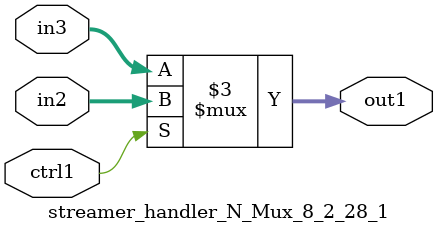
<source format=v>

`timescale 1ps / 1ps


module streamer_handler_N_Mux_8_2_28_1( in3, in2, ctrl1, out1 );

    input [7:0] in3;
    input [7:0] in2;
    input ctrl1;
    output [7:0] out1;
    reg [7:0] out1;

    
    // rtl_process:streamer_handler_N_Mux_8_2_28_1/streamer_handler_N_Mux_8_2_28_1_thread_1
    always @*
      begin : streamer_handler_N_Mux_8_2_28_1_thread_1
        case (ctrl1) 
          1'b1: 
            begin
              out1 = in2;
            end
          default: 
            begin
              out1 = in3;
            end
        endcase
      end

endmodule


</source>
